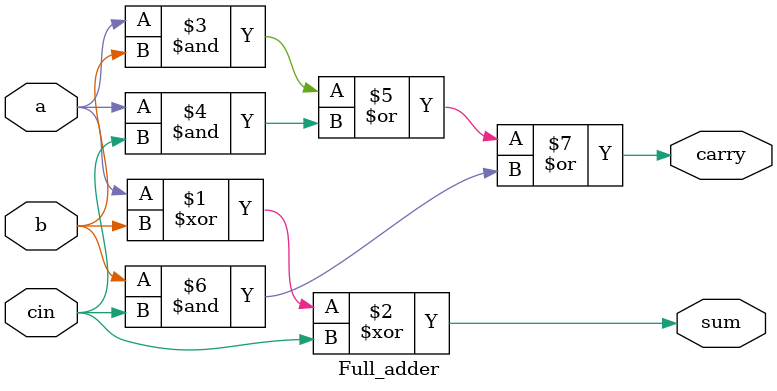
<source format=v>
module Full_adder(
    input a,
    input b,
    input cin,
    output sum,
    output carry
    );
    
    assign sum=a^b^cin;
    assign carry=(a&b)|(a&cin)|(b&cin);
    
endmodule

</source>
